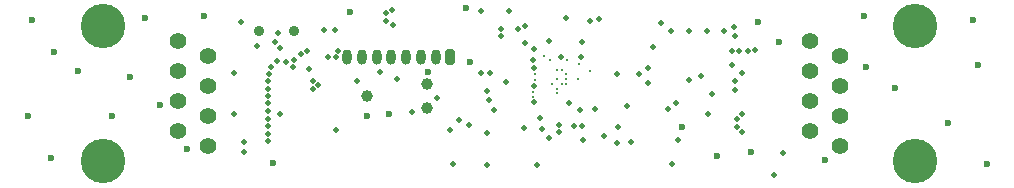
<source format=gbr>
%TF.GenerationSoftware,KiCad,Pcbnew,9.0.6*%
%TF.CreationDate,2025-12-30T15:38:49+01:00*%
%TF.ProjectId,VoxSense,566f7853-656e-4736-952e-6b696361645f,1.0*%
%TF.SameCoordinates,Original*%
%TF.FileFunction,Soldermask,Bot*%
%TF.FilePolarity,Negative*%
%FSLAX46Y46*%
G04 Gerber Fmt 4.6, Leading zero omitted, Abs format (unit mm)*
G04 Created by KiCad (PCBNEW 9.0.6) date 2025-12-30 15:38:49*
%MOMM*%
%LPD*%
G01*
G04 APERTURE LIST*
G04 Aperture macros list*
%AMRoundRect*
0 Rectangle with rounded corners*
0 $1 Rounding radius*
0 $2 $3 $4 $5 $6 $7 $8 $9 X,Y pos of 4 corners*
0 Add a 4 corners polygon primitive as box body*
4,1,4,$2,$3,$4,$5,$6,$7,$8,$9,$2,$3,0*
0 Add four circle primitives for the rounded corners*
1,1,$1+$1,$2,$3*
1,1,$1+$1,$4,$5*
1,1,$1+$1,$6,$7*
1,1,$1+$1,$8,$9*
0 Add four rect primitives between the rounded corners*
20,1,$1+$1,$2,$3,$4,$5,0*
20,1,$1+$1,$4,$5,$6,$7,0*
20,1,$1+$1,$6,$7,$8,$9,0*
20,1,$1+$1,$8,$9,$2,$3,0*%
G04 Aperture macros list end*
%ADD10C,1.397000*%
%ADD11C,3.759200*%
%ADD12RoundRect,0.200000X0.200000X0.450000X-0.200000X0.450000X-0.200000X-0.450000X0.200000X-0.450000X0*%
%ADD13O,0.800000X1.300000*%
%ADD14C,0.990600*%
%ADD15C,0.900000*%
%ADD16C,0.500000*%
%ADD17C,0.250000*%
%ADD18C,0.600000*%
G04 APERTURE END LIST*
D10*
%TO.C,J501*%
X81435101Y-68409900D03*
X83975101Y-69679900D03*
X81435101Y-70949900D03*
X83975101Y-72219900D03*
X81435101Y-73489900D03*
X83975101Y-74759900D03*
X81435101Y-76029900D03*
X83975101Y-77299900D03*
D11*
X75085101Y-67139900D03*
X75085101Y-78569900D03*
%TD*%
D12*
%TO.C,J302*%
X104486073Y-69750000D03*
D13*
X103236073Y-69750000D03*
X101986073Y-69750000D03*
X100736073Y-69750000D03*
X99486073Y-69750000D03*
X98236073Y-69750000D03*
X96986073Y-69750000D03*
X95736073Y-69750000D03*
%TD*%
D14*
%TO.C,J301*%
X97446073Y-73015000D03*
X102526073Y-71999000D03*
X102526073Y-74031000D03*
%TD*%
D10*
%TO.C,J502*%
X137447000Y-77299900D03*
X134907000Y-76029900D03*
X137447000Y-74759900D03*
X134907000Y-73489900D03*
X137447000Y-72219900D03*
X134907000Y-70949900D03*
X137447000Y-69679900D03*
X134907000Y-68409900D03*
D11*
X143797000Y-78569900D03*
X143797000Y-67139900D03*
%TD*%
D15*
%TO.C,SW501*%
X91250000Y-67571000D03*
X88250000Y-67571000D03*
%TD*%
D16*
%TO.C,TP501*%
X90100000Y-69000000D03*
%TD*%
%TO.C,TP502*%
X89600000Y-68450000D03*
%TD*%
D17*
X113510000Y-71620000D03*
X113910000Y-72020000D03*
X114310000Y-72020000D03*
X113510000Y-72420000D03*
X113110000Y-72020000D03*
X113910000Y-70820000D03*
X113510000Y-70820000D03*
X114310000Y-71620000D03*
X114310000Y-71220000D03*
X115400000Y-70300000D03*
X115300000Y-71600000D03*
X113485285Y-72784194D03*
X111500000Y-72675000D03*
X111500000Y-73125000D03*
X111630808Y-71645000D03*
X111630808Y-71195000D03*
X112425279Y-69640000D03*
X112931968Y-69961349D03*
X114350000Y-70010000D03*
X116270000Y-70910000D03*
D16*
X111600000Y-72200000D03*
X131900000Y-79727900D03*
X126650000Y-72880000D03*
X89086073Y-73049856D03*
X103385000Y-73187000D03*
X107600000Y-76170000D03*
X128360648Y-69213765D03*
X108775000Y-68000000D03*
D18*
X99300000Y-74600000D03*
D16*
X126340000Y-74570000D03*
D18*
X69100000Y-66600000D03*
D16*
X91196597Y-70571529D03*
X117075000Y-66500000D03*
D18*
X105800000Y-65600000D03*
D16*
X107100000Y-65850000D03*
X122900000Y-74125000D03*
X129200000Y-74600000D03*
D18*
X68700000Y-74700000D03*
D16*
X112100000Y-74900000D03*
D18*
X146600000Y-75300000D03*
X78600000Y-66400000D03*
D16*
X129200000Y-76100000D03*
X86170000Y-74600000D03*
D18*
X83600000Y-66300000D03*
D16*
X111850000Y-78877900D03*
D18*
X130500000Y-66800000D03*
D16*
X109450000Y-65850000D03*
D18*
X139500000Y-66300000D03*
D16*
X89086073Y-76849868D03*
D18*
X77400000Y-71400000D03*
X127100000Y-78100000D03*
D16*
X121200000Y-71900000D03*
D18*
X73000000Y-70900000D03*
D16*
X128500000Y-67200000D03*
X93796073Y-67460000D03*
X88096073Y-68840000D03*
X130260352Y-69187691D03*
X99580135Y-65730900D03*
X123720000Y-76770000D03*
X115490000Y-74200000D03*
X86170000Y-71110000D03*
D18*
X148700000Y-66600000D03*
X149200000Y-70400000D03*
X106160000Y-70160000D03*
X96000000Y-65900000D03*
D16*
X107560000Y-78877900D03*
X94786073Y-75925000D03*
X121610000Y-68920000D03*
X132610000Y-77840000D03*
X111600000Y-70700000D03*
X92510000Y-70720000D03*
X110800000Y-68550000D03*
X115600000Y-68480000D03*
X129200000Y-71100000D03*
X111601122Y-73589114D03*
X113700000Y-76100000D03*
X90100000Y-74600000D03*
D18*
X97400000Y-74700000D03*
X82190000Y-77530000D03*
D16*
X92383225Y-69269320D03*
D18*
X142100000Y-72400000D03*
X70700000Y-78300000D03*
X75800000Y-74700000D03*
X139700000Y-70600000D03*
X136200000Y-78500000D03*
X102600000Y-71000000D03*
D16*
X114275000Y-66475000D03*
D18*
X149900000Y-78800000D03*
X89450000Y-78750000D03*
X124100000Y-75700000D03*
D16*
X101256073Y-74356073D03*
X110825000Y-67100000D03*
X121250000Y-70650000D03*
X94990001Y-69198191D03*
X96586073Y-71800000D03*
D18*
X129900000Y-77800000D03*
D16*
X119800000Y-76950000D03*
X124720000Y-71650000D03*
X109226854Y-71838257D03*
X111600000Y-69100000D03*
D18*
X70900000Y-69300000D03*
D16*
X89086073Y-74949862D03*
X86986073Y-77800000D03*
X99601423Y-66988580D03*
D18*
X79900000Y-73800000D03*
X132300000Y-68500000D03*
D16*
X86746073Y-66770000D03*
X123250000Y-78840000D03*
X117500000Y-76400000D03*
X93317838Y-72080348D03*
X118660000Y-75640000D03*
X119400000Y-73880000D03*
X89090280Y-71150012D03*
X104480000Y-75910000D03*
X107800000Y-71100000D03*
X107100000Y-71100000D03*
X110210000Y-67360000D03*
X111498459Y-69950624D03*
X108200000Y-74200000D03*
X123600000Y-73600000D03*
X128600000Y-68000000D03*
X116700000Y-74160000D03*
X104700000Y-78800000D03*
X114530000Y-73640000D03*
X87000000Y-76900000D03*
X118570000Y-77000000D03*
X128360000Y-70430000D03*
X89916073Y-67710000D03*
X113850000Y-69750000D03*
X115700000Y-76750000D03*
X110750000Y-75750000D03*
X113700000Y-75499997D03*
X125680000Y-71350000D03*
X120470000Y-71180000D03*
X127680000Y-67507500D03*
X108769546Y-67400022D03*
X112840000Y-68380000D03*
X126180000Y-67507500D03*
X123170000Y-67507500D03*
X124670000Y-67500000D03*
X94756073Y-67450000D03*
X90561073Y-70175000D03*
X100000000Y-71600000D03*
X98500000Y-71000000D03*
X105200000Y-75100000D03*
X115600000Y-75550000D03*
X106100000Y-75500000D03*
X112810000Y-76590000D03*
X114975684Y-75549998D03*
X107750000Y-73350000D03*
X107557081Y-72587239D03*
X112210772Y-75823775D03*
X115572876Y-69698454D03*
X118600000Y-71200000D03*
X116300000Y-66720000D03*
X122330000Y-66850000D03*
X89086073Y-74349859D03*
X128960431Y-69197559D03*
X94790000Y-69770000D03*
X99060000Y-66730000D03*
X89086073Y-75549865D03*
X128557769Y-71800000D03*
X91261073Y-69975000D03*
X89811711Y-70096735D03*
X89086073Y-73649859D03*
X99060000Y-66030000D03*
X129660431Y-69197559D03*
X94090000Y-69770000D03*
X89086073Y-76249865D03*
X128557769Y-72500000D03*
X91811073Y-69450000D03*
X89316735Y-70591711D03*
X92816964Y-72450001D03*
X89086073Y-72450000D03*
X128750000Y-75000000D03*
X89086073Y-71750000D03*
X92816964Y-71750001D03*
X128750000Y-75700000D03*
M02*

</source>
